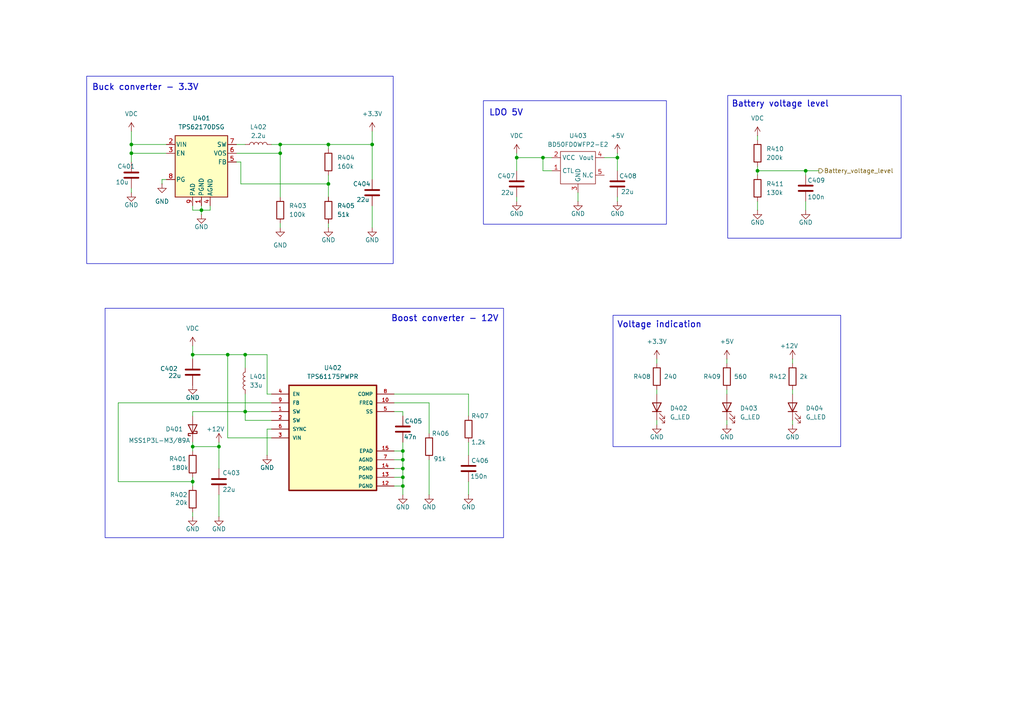
<source format=kicad_sch>
(kicad_sch (version 20250114) (generator "eeschema") (generator_version "9.0")
  (paper "A4")
  (lib_symbols
    (symbol "Device:C" (pin_numbers (hide yes)) (pin_names (offset 0.254))
      (property "Reference" "C" (at 0.635 2.54 0))
      (property "Value" "C" (at 0.635 -2.54 0))
      (symbol "C_0_1"
        (polyline (pts (xy -2.032 0.762) (xy 2.032 0.762)) (stroke (width 0.508)))
        (polyline (pts (xy -2.032 -0.762) (xy 2.032 -0.762)) (stroke (width 0.508)))
      )
      (symbol "C_1_1"
        (pin passive line (at 0 3.81 270) (length 2.794) (name "~") (number "1"))
        (pin passive line (at 0 -3.81 90) (length 2.794) (name "~") (number "2"))
      )
    )
    (symbol "Device:D_Schottky" (pin_numbers (hide yes)) (pin_names (offset 1.016) (hide yes))
      (property "Reference" "D" (at 0 2.54 0))
      (property "Value" "D_Schottky" (at 0 -2.54 0))
      (symbol "D_Schottky_0_1"
        (polyline (pts (xy -1.905 0.635) (xy -1.905 1.27) (xy -1.27 1.27) (xy -1.27 -1.27) (xy -0.635 -1.27) (xy -0.635 -0.635)) (stroke (width 0.254)))
        (polyline (pts (xy 1.27 1.27) (xy 1.27 -1.27) (xy -1.27 0) (xy 1.27 1.27)) (stroke (width 0.254)))
        (polyline (pts (xy 1.27 0) (xy -1.27 0)))
      )
      (symbol "D_Schottky_1_1"
        (pin passive line (at -3.81 0 0) (length 2.54) (name "K") (number "1"))
        (pin passive line (at 3.81 0 180) (length 2.54) (name "A") (number "2"))
      )
    )
    (symbol "Device:L" (pin_numbers (hide yes)) (pin_names (offset 1.016) (hide yes))
      (property "Reference" "L" (at -1.27 0 90))
      (property "Value" "L" (at 1.905 0 90))
      (symbol "L_0_1"
        (arc (start 0 2.54) (mid 0.6323 1.905) (end 0 1.27))
        (arc (start 0 1.27) (mid 0.6323 0.635) (end 0 0))
        (arc (start 0 0) (mid 0.6323 -0.635) (end 0 -1.27))
        (arc (start 0 -1.27) (mid 0.6323 -1.905) (end 0 -2.54))
      )
      (symbol "L_1_1"
        (pin passive line (at 0 3.81 270) (length 1.27) (name "1") (number "1"))
        (pin passive line (at 0 -3.81 90) (length 1.27) (name "2") (number "2"))
      )
    )
    (symbol "Device:LED" (pin_numbers (hide yes)) (pin_names (offset 1.016) (hide yes))
      (property "Reference" "D" (at 0 2.54 0))
      (property "Value" "LED" (at 0 -2.54 0))
      (symbol "LED_0_1"
        (polyline (pts (xy -3.048 -0.762) (xy -4.572 -2.286) (xy -3.81 -2.286) (xy -4.572 -2.286) (xy -4.572 -1.524)))
        (polyline (pts (xy -1.778 -0.762) (xy -3.302 -2.286) (xy -2.54 -2.286) (xy -3.302 -2.286) (xy -3.302 -1.524)))
        (polyline (pts (xy -1.27 0) (xy 1.27 0)))
        (polyline (pts (xy -1.27 -1.27) (xy -1.27 1.27)) (stroke (width 0.254)))
        (polyline (pts (xy 1.27 -1.27) (xy 1.27 1.27) (xy -1.27 0) (xy 1.27 -1.27)) (stroke (width 0.254)))
      )
      (symbol "LED_1_1"
        (pin passive line (at -3.81 0 0) (length 2.54) (name "K") (number "1"))
        (pin passive line (at 3.81 0 180) (length 2.54) (name "A") (number "2"))
      )
    )
    (symbol "Device:R" (pin_numbers (hide yes)) (pin_names (offset 0))
      (property "Reference" "R" (at 2.032 0 90))
      (property "Value" "R" (at 0 0 90))
      (symbol "R_0_1"
        (rectangle (start -1.016 -2.54) (end 1.016 2.54) (stroke (width 0.254)))
      )
      (symbol "R_1_1"
        (pin passive line (at 0 3.81 270) (length 1.27) (name "~") (number "1"))
        (pin passive line (at 0 -3.81 90) (length 1.27) (name "~") (number "2"))
      )
    )
    (symbol "MainPCB_Sym_lib:BD50FD0WFP2-E2"
      (property "Reference" "U" (at 0 5.842 0))
      (symbol "BD50FD0WFP2-E2_0_1"
        (rectangle (start -5.08 4.318) (end 5.08 -5.08))
      )
      (symbol "BD50FD0WFP2-E2_1_1"
        (pin power_in line (at -7.62 2.54 0) (length 2.54) (name "VCC") (number "2"))
        (pin input line (at -7.62 -1.27 0) (length 2.54) (name "CTL") (number "1"))
        (pin power_in line (at 0 -7.62 90) (length 2.54) (name "GND") (number "3"))
        (pin power_out line (at 7.62 2.54 180) (length 2.54) (name "Vout") (number "4"))
        (pin free line (at 7.62 -2.54 180) (length 2.54) (name "N.C") (number "5"))
      )
    )
    (symbol "Regulator_Switching:TPS62170DSG" (pin_names (offset 0.254))
      (property "Reference" "U" (at -7.62 11.43 0))
      (property "Value" "TPS62170DSG" (at -1.27 11.43 0))
      (symbol "TPS62170DSG_0_1"
        (rectangle (start -7.62 10.16) (end 7.62 -7.62) (stroke (width 0.254)) (fill (type background)))
      )
      (symbol "TPS62170DSG_1_1"
        (pin power_in line (at -10.16 7.62 0) (length 2.54) (name "VIN") (number "2"))
        (pin input line (at -10.16 5.08 0) (length 2.54) (name "EN") (number "3"))
        (pin open_collector line (at -10.16 -2.54 0) (length 2.54) (name "PG") (number "8"))
        (pin power_in line (at -2.54 -10.16 90) (length 2.54) (name "PAD") (number "9"))
        (pin power_in line (at 0 -10.16 90) (length 2.54) (name "PGND") (number "1"))
        (pin power_in line (at 2.54 -10.16 90) (length 2.54) (name "AGND") (number "4"))
        (pin output line (at 10.16 7.62 180) (length 2.54) (name "SW") (number "7"))
        (pin input line (at 10.16 5.08 180) (length 2.54) (name "VOS") (number "6"))
        (pin input line (at 10.16 2.54 180) (length 2.54) (name "FB") (number "5"))
      )
    )
    (symbol "TPS61175PWPR:TPS61175PWPR" (pin_names (offset 1.016))
      (property "Reference" "U" (at -12.7 16.24 0))
      (property "Value" "TPS61175PWPR" (at -12.7 -19.24 0))
      (symbol "TPS61175PWPR_0_0"
        (rectangle (start -12.7 -15.24) (end 12.7 15.24) (stroke (width 0.41)) (fill (type background)))
        (pin input line (at -17.78 12.7 0) (length 5.08) (name "EN") (number "4"))
        (pin input line (at -17.78 10.16 0) (length 5.08) (name "FB") (number "9"))
        (pin input line (at -17.78 7.62 0) (length 5.08) (name "SW") (number "1"))
        (pin input line (at -17.78 5.08 0) (length 5.08) (name "SW") (number "2"))
        (pin input line (at -17.78 2.54 0) (length 5.08) (name "SYNC") (number "6"))
        (pin input line (at -17.78 0 0) (length 5.08) (name "VIN") (number "3"))
        (pin output line (at 17.78 12.7 180) (length 5.08) (name "COMP") (number "8"))
        (pin output line (at 17.78 10.16 180) (length 5.08) (name "FREQ") (number "10"))
        (pin output line (at 17.78 7.62 180) (length 5.08) (name "SS") (number "5"))
        (pin power_in line (at 17.78 -3.81 180) (length 5.08) (name "EPAD") (number "15"))
        (pin power_in line (at 17.78 -6.35 180) (length 5.08) (name "AGND") (number "7"))
        (pin power_in line (at 17.78 -8.89 180) (length 5.08) (name "PGND") (number "14"))
        (pin power_in line (at 17.78 -11.43 180) (length 5.08) (name "PGND") (number "13"))
        (pin power_in line (at 17.78 -13.97 180) (length 5.08) (name "PGND") (number "12"))
      )
    )
    (symbol "power:+12V" (power) (pin_numbers (hide yes)) (pin_names (offset 0) (hide yes))
      (property "Value" "+12V" (at 0 3.556 0))
      (symbol "+12V_0_1"
        (polyline (pts (xy -0.762 1.27) (xy 0 2.54)))
        (polyline (pts (xy 0 2.54) (xy 0.762 1.27)))
        (polyline (pts (xy 0 0) (xy 0 2.54)))
      )
      (symbol "+12V_1_1"
        (pin power_in line (at 0 0 90) (length 0) (name "~") (number "1"))
      )
    )
    (symbol "power:+3.3V" (power) (pin_numbers (hide yes)) (pin_names (offset 0) (hide yes))
      (property "Value" "+3.3V" (at 0 3.556 0))
      (symbol "+3.3V_0_1"
        (polyline (pts (xy -0.762 1.27) (xy 0 2.54)))
        (polyline (pts (xy 0 2.54) (xy 0.762 1.27)))
        (polyline (pts (xy 0 0) (xy 0 2.54)))
      )
      (symbol "+3.3V_1_1"
        (pin power_in line (at 0 0 90) (length 0) (name "~") (number "1"))
      )
    )
    (symbol "power:+5V" (power) (pin_numbers (hide yes)) (pin_names (offset 0) (hide yes))
      (property "Value" "+5V" (at 0 3.556 0))
      (symbol "+5V_0_1"
        (polyline (pts (xy -0.762 1.27) (xy 0 2.54)))
        (polyline (pts (xy 0 2.54) (xy 0.762 1.27)))
        (polyline (pts (xy 0 0) (xy 0 2.54)))
      )
      (symbol "+5V_1_1"
        (pin power_in line (at 0 0 90) (length 0) (name "~") (number "1"))
      )
    )
    (symbol "power:GND" (power) (pin_numbers (hide yes)) (pin_names (offset 0) (hide yes))
      (property "Value" "GND" (at 0 -3.81 0))
      (symbol "GND_0_1"
        (polyline (pts (xy 0 0) (xy 0 -1.27) (xy 1.27 -1.27) (xy 0 -2.54) (xy -1.27 -1.27) (xy 0 -1.27)))
      )
      (symbol "GND_1_1"
        (pin power_in line (at 0 0 270) (length 0) (name "~") (number "1"))
      )
    )
    (symbol "power:VDC" (power) (pin_numbers (hide yes)) (pin_names (offset 0) (hide yes))
      (property "Value" "VDC" (at 0 3.556 0))
      (symbol "VDC_0_1"
        (polyline (pts (xy -0.762 1.27) (xy 0 2.54)))
        (polyline (pts (xy 0 2.54) (xy 0.762 1.27)))
        (polyline (pts (xy 0 0) (xy 0 2.54)))
      )
      (symbol "VDC_1_1"
        (pin power_in line (at 0 0 90) (length 0) (name "~") (number "1"))
      )
    )
  )
  (rectangle (start 25.146 22.098) (end 114.046 76.454))
  (rectangle (start 140.208 29.21) (end 193.294 65.024))
  (rectangle (start 211.074 27.686) (end 261.366 69.088))
  (rectangle (start 30.48 89.408) (end 146.05 155.956))
  (rectangle (start 177.8 91.44) (end 243.84 129.54))
  (text "Boost converter - 12V" (at 129.032 92.456 0) (effects (font (size 1.778 1.778) (thickness 0.254) (bold yes))))
  (text "LDO 5V" (at 146.812 32.766 0) (effects (font (size 1.778 1.778) (thickness 0.254) (bold yes))))
  (text "Buck converter - 3.3V" (at 42.164 25.4 0) (effects (font (size 1.778 1.778) (thickness 0.254) (bold yes))))
  (text "Voltage indication" (at 191.262 94.234 0) (effects (font (size 1.778 1.778) (thickness 0.254) (bold yes))))
  (text "Battery voltage level" (at 226.314 30.226 0) (effects (font (size 1.778 1.778) (thickness 0.254) (bold yes))))
  (junction (at 71.12 102.87))
  (junction (at 95.25 41.91))
  (junction (at 107.95 41.91))
  (junction (at 55.88 129.54))
  (junction (at 95.25 53.34))
  (junction (at 55.88 139.7))
  (junction (at 149.86 45.72))
  (junction (at 116.84 135.89))
  (junction (at 81.28 44.45))
  (junction (at 116.84 140.97))
  (junction (at 38.1 41.91))
  (junction (at 38.1 44.45))
  (junction (at 157.48 45.72))
  (junction (at 71.12 119.38))
  (junction (at 116.84 133.35))
  (junction (at 66.04 102.87))
  (junction (at 58.42 60.96))
  (junction (at 116.84 138.43))
  (junction (at 81.28 41.91))
  (junction (at 179.07 45.72))
  (junction (at 63.5 129.54))
  (junction (at 233.68 49.53))
  (junction (at 219.71 49.53))
  (junction (at 55.88 102.87))
  (junction (at 116.84 130.81))
  (wire (pts (xy 38.1 44.45) (xy 38.1 41.91)))
  (wire (pts (xy 68.58 44.45) (xy 81.28 44.45)))
  (wire (pts (xy 233.68 50.8) (xy 233.68 49.53)))
  (wire (pts (xy 114.3 133.35) (xy 116.84 133.35)))
  (wire (pts (xy 55.88 129.54) (xy 55.88 130.81)))
  (wire (pts (xy 55.88 102.87) (xy 55.88 104.14)))
  (wire (pts (xy 107.95 38.1) (xy 107.95 41.91)))
  (wire (pts (xy 116.84 140.97) (xy 116.84 143.51)))
  (wire (pts (xy 55.88 60.96) (xy 58.42 60.96)))
  (wire (pts (xy 81.28 44.45) (xy 81.28 57.15)))
  (wire (pts (xy 55.88 59.69) (xy 55.88 60.96)))
  (wire (pts (xy 114.3 135.89) (xy 116.84 135.89)))
  (wire (pts (xy 81.28 41.91) (xy 95.25 41.91)))
  (wire (pts (xy 69.85 46.99) (xy 69.85 53.34)))
  (wire (pts (xy 210.82 121.92) (xy 210.82 123.19)))
  (wire (pts (xy 34.29 116.84) (xy 34.29 139.7)))
  (wire (pts (xy 135.89 128.27) (xy 135.89 132.08)))
  (wire (pts (xy 210.82 113.03) (xy 210.82 114.3)))
  (wire (pts (xy 114.3 140.97) (xy 116.84 140.97)))
  (wire (pts (xy 107.95 41.91) (xy 107.95 52.07)))
  (wire (pts (xy 46.99 52.07) (xy 46.99 53.34)))
  (wire (pts (xy 157.48 49.53) (xy 157.48 45.72)))
  (wire (pts (xy 135.89 120.65) (xy 135.89 114.3)))
  (wire (pts (xy 160.02 49.53) (xy 157.48 49.53)))
  (wire (pts (xy 77.47 102.87) (xy 77.47 114.3)))
  (wire (pts (xy 63.5 143.51) (xy 63.5 149.86)))
  (wire (pts (xy 229.87 121.92) (xy 229.87 123.19)))
  (wire (pts (xy 71.12 121.92) (xy 71.12 119.38)))
  (wire (pts (xy 66.04 127) (xy 78.74 127)))
  (wire (pts (xy 219.71 39.37) (xy 219.71 40.64)))
  (wire (pts (xy 81.28 41.91) (xy 81.28 44.45)))
  (wire (pts (xy 78.74 121.92) (xy 71.12 121.92)))
  (wire (pts (xy 167.64 55.88) (xy 167.64 58.42)))
  (wire (pts (xy 107.95 41.91) (xy 95.25 41.91)))
  (wire (pts (xy 149.86 49.53) (xy 149.86 45.72)))
  (wire (pts (xy 58.42 60.96) (xy 58.42 62.23)))
  (wire (pts (xy 55.88 148.59) (xy 55.88 149.86)))
  (wire (pts (xy 71.12 119.38) (xy 78.74 119.38)))
  (wire (pts (xy 58.42 60.96) (xy 60.96 60.96)))
  (wire (pts (xy 38.1 44.45) (xy 38.1 46.99)))
  (wire (pts (xy 66.04 102.87) (xy 66.04 127)))
  (wire (pts (xy 55.88 139.7) (xy 55.88 140.97)))
  (wire (pts (xy 116.84 135.89) (xy 116.84 138.43)))
  (wire (pts (xy 114.3 130.81) (xy 116.84 130.81)))
  (wire (pts (xy 229.87 104.14) (xy 229.87 105.41)))
  (wire (pts (xy 116.84 130.81) (xy 116.84 133.35)))
  (wire (pts (xy 210.82 104.14) (xy 210.82 105.41)))
  (wire (pts (xy 38.1 41.91) (xy 38.1 38.1)))
  (wire (pts (xy 219.71 48.26) (xy 219.71 49.53)))
  (wire (pts (xy 179.07 57.15) (xy 179.07 58.42)))
  (wire (pts (xy 124.46 133.35) (xy 124.46 143.51)))
  (wire (pts (xy 68.58 41.91) (xy 71.12 41.91)))
  (wire (pts (xy 60.96 59.69) (xy 60.96 60.96)))
  (wire (pts (xy 233.68 58.42) (xy 233.68 60.96)))
  (wire (pts (xy 116.84 133.35) (xy 116.84 135.89)))
  (wire (pts (xy 55.88 129.54) (xy 63.5 129.54)))
  (wire (pts (xy 149.86 44.45) (xy 149.86 45.72)))
  (wire (pts (xy 38.1 54.61) (xy 38.1 55.88)))
  (wire (pts (xy 48.26 44.45) (xy 38.1 44.45)))
  (wire (pts (xy 149.86 45.72) (xy 157.48 45.72)))
  (wire (pts (xy 77.47 114.3) (xy 78.74 114.3)))
  (wire (pts (xy 190.5 121.92) (xy 190.5 123.19)))
  (wire (pts (xy 219.71 49.53) (xy 233.68 49.53)))
  (wire (pts (xy 55.88 138.43) (xy 55.88 139.7)))
  (wire (pts (xy 55.88 102.87) (xy 66.04 102.87)))
  (wire (pts (xy 38.1 41.91) (xy 48.26 41.91)))
  (wire (pts (xy 175.26 45.72) (xy 179.07 45.72)))
  (wire (pts (xy 135.89 114.3) (xy 114.3 114.3)))
  (wire (pts (xy 68.58 46.99) (xy 69.85 46.99)))
  (wire (pts (xy 179.07 44.45) (xy 179.07 45.72)))
  (wire (pts (xy 63.5 128.27) (xy 63.5 129.54)))
  (wire (pts (xy 124.46 116.84) (xy 124.46 125.73)))
  (wire (pts (xy 77.47 124.46) (xy 77.47 132.08)))
  (wire (pts (xy 116.84 128.27) (xy 116.84 130.81)))
  (wire (pts (xy 55.88 119.38) (xy 55.88 120.65)))
  (wire (pts (xy 190.5 113.03) (xy 190.5 114.3)))
  (wire (pts (xy 58.42 59.69) (xy 58.42 60.96)))
  (wire (pts (xy 116.84 119.38) (xy 116.84 120.65)))
  (wire (pts (xy 179.07 45.72) (xy 179.07 49.53)))
  (wire (pts (xy 229.87 113.03) (xy 229.87 114.3)))
  (wire (pts (xy 114.3 138.43) (xy 116.84 138.43)))
  (wire (pts (xy 116.84 138.43) (xy 116.84 140.97)))
  (wire (pts (xy 34.29 116.84) (xy 78.74 116.84)))
  (wire (pts (xy 149.86 57.15) (xy 149.86 58.42)))
  (wire (pts (xy 233.68 49.53) (xy 237.49 49.53)))
  (wire (pts (xy 71.12 102.87) (xy 77.47 102.87)))
  (wire (pts (xy 78.74 124.46) (xy 77.47 124.46)))
  (wire (pts (xy 135.89 139.7) (xy 135.89 143.51)))
  (wire (pts (xy 219.71 58.42) (xy 219.71 60.96)))
  (wire (pts (xy 81.28 66.04) (xy 81.28 64.77)))
  (wire (pts (xy 71.12 114.3) (xy 71.12 119.38)))
  (wire (pts (xy 55.88 100.33) (xy 55.88 102.87)))
  (wire (pts (xy 78.74 41.91) (xy 81.28 41.91)))
  (wire (pts (xy 63.5 129.54) (xy 63.5 135.89)))
  (wire (pts (xy 114.3 119.38) (xy 116.84 119.38)))
  (wire (pts (xy 66.04 102.87) (xy 71.12 102.87)))
  (wire (pts (xy 55.88 128.27) (xy 55.88 129.54)))
  (wire (pts (xy 95.25 53.34) (xy 95.25 57.15)))
  (wire (pts (xy 34.29 139.7) (xy 55.88 139.7)))
  (wire (pts (xy 190.5 104.14) (xy 190.5 105.41)))
  (wire (pts (xy 157.48 45.72) (xy 160.02 45.72)))
  (wire (pts (xy 95.25 50.8) (xy 95.25 53.34)))
  (wire (pts (xy 69.85 53.34) (xy 95.25 53.34)))
  (wire (pts (xy 71.12 102.87) (xy 71.12 106.68)))
  (wire (pts (xy 107.95 59.69) (xy 107.95 66.04)))
  (wire (pts (xy 219.71 49.53) (xy 219.71 50.8)))
  (wire (pts (xy 46.99 52.07) (xy 48.26 52.07)))
  (wire (pts (xy 95.25 64.77) (xy 95.25 66.04)))
  (wire (pts (xy 55.88 119.38) (xy 71.12 119.38)))
  (wire (pts (xy 114.3 116.84) (xy 124.46 116.84)))
  (wire (pts (xy 95.25 43.18) (xy 95.25 41.91)))
  (hierarchical_label "Battery_voltage_level" (shape output) (at 237.49 49.53 0))
  (symbol (lib_id "power:GND") (at 63.5 149.86 0) (unit 1)
    (property "Reference" "#PWR0409" (effects (hide yes)))
    (property "Value" "GND" (at 63.5 153.416 0))
    (property "Description" "Power symbol creates a global label with name \"GND\" , ground" (effects (hide yes)))
  )
  (symbol (lib_id "power:GND") (at 55.88 111.76 0) (unit 1)
    (property "Reference" "#PWR0405" (effects (hide yes)))
    (property "Value" "GND" (at 55.88 115.316 0))
    (property "Description" "Power symbol creates a global label with name \"GND\" , ground" (effects (hide yes)))
  )
  (symbol (lib_id "power:GND") (at 190.5 123.19 0) (unit 1)
    (property "Reference" "#PWR0424" (effects (hide yes)))
    (property "Value" "GND" (at 190.5 126.746 0))
    (property "Description" "Power symbol creates a global label with name \"GND\" , ground" (effects (hide yes)))
  )
  (symbol (lib_id "Device:C") (at 63.5 139.7 0) (unit 1)
    (property "Reference" "C403" (at 64.516 137.16 0) (effects (justify left)))
    (property "Value" "22u" (at 64.516 141.986 0) (effects (justify left)))
    (property "Footprint" "Capacitor_SMD:C_0805_2012Metric_Pad1.18x1.45mm_HandSolder" (effects (hide yes)))
    (property "Description" "Unpolarized capacitor" (effects (hide yes)))
  )
  (symbol (lib_id "Device:LED") (at 229.87 118.11 90) (unit 1)
    (property "Reference" "D404" (at 233.68 118.4274 90) (effects (justify right)))
    (property "Value" "G_LED" (at 233.68 120.9674 90) (effects (justify right)))
    (property "Footprint" "Diode_SMD:D_0603_1608Metric_Pad1.05x0.95mm_HandSolder" (effects (hide yes)))
    (property "Datasheet" "https://docs.rs-online.com/e1fe/A700000013302439.pdf" (effects (hide yes)))
    (property "Description" "Light emitting diode" (effects (hide yes)))
    (property "Sim.Pins" "1=K 2=A" (effects (hide yes)))
  )
  (symbol (lib_id "power:GND") (at 55.88 149.86 0) (unit 1)
    (property "Reference" "#PWR0406" (effects (hide yes)))
    (property "Value" "GND" (at 55.88 153.416 0))
    (property "Description" "Power symbol creates a global label with name \"GND\" , ground" (effects (hide yes)))
  )
  (symbol (lib_id "Device:R") (at 219.71 54.61 0) (unit 1)
    (property "Reference" "R411" (at 222.25 53.3399 0) (effects (justify left)))
    (property "Value" "130k" (at 222.25 55.8799 0) (effects (justify left)))
    (property "Footprint" "Resistor_SMD:R_0603_1608Metric_Pad0.98x0.95mm_HandSolder" (effects (hide yes)))
    (property "Description" "Resistor" (effects (hide yes)))
  )
  (symbol (lib_id "Device:R") (at 124.46 129.54 0) (unit 1)
    (property "Reference" "R406" (at 125.222 125.73 0) (effects (justify left)))
    (property "Value" "91k" (at 125.73 133.096 0) (effects (justify left)))
    (property "Footprint" "Resistor_SMD:R_0603_1608Metric_Pad0.98x0.95mm_HandSolder" (effects (hide yes)))
    (property "Description" "Resistor" (effects (hide yes)))
  )
  (symbol (lib_id "power:GND") (at 229.87 123.19 0) (unit 1)
    (property "Reference" "#PWR0430" (effects (hide yes)))
    (property "Value" "GND" (at 229.87 126.746 0))
    (property "Description" "Power symbol creates a global label with name \"GND\" , ground" (effects (hide yes)))
  )
  (symbol (lib_id "Device:R") (at 190.5 109.22 0) (unit 1)
    (property "Reference" "R408" (at 183.642 109.22 0) (effects (justify left)))
    (property "Value" "240" (at 192.532 109.22 0) (effects (justify left)))
    (property "Footprint" "Resistor_SMD:R_0603_1608Metric_Pad0.98x0.95mm_HandSolder" (effects (hide yes)))
    (property "Description" "Resistor" (effects (hide yes)))
  )
  (symbol (lib_id "Device:R") (at 81.28 60.96 180) (unit 1)
    (property "Reference" "R403" (at 83.82 59.6899 0) (effects (justify right)))
    (property "Value" "100k" (at 83.82 62.2299 0) (effects (justify right)))
    (property "Footprint" "Resistor_SMD:R_0603_1608Metric_Pad0.98x0.95mm_HandSolder" (effects (hide yes)))
    (property "Description" "Resistor" (effects (hide yes)))
  )
  (symbol (lib_id "Device:D_Schottky") (at 55.88 124.46 90) (unit 1)
    (property "Reference" "D401" (at 50.546 124.46 90))
    (property "Value" "MSS1P3L-M3/89A" (at 46.228 127.762 90))
    (property "Footprint" "Diode_SMD:Vishay_SMPA" (effects (hide yes)))
    (property "Datasheet" "https://www.vishay.com/docs/89020/mss1p3l.pdf" (effects (hide yes)))
    (property "Description" "Schottky diode" (effects (hide yes)))
  )
  (symbol (lib_id "power:VDC") (at 149.86 44.45 0) (unit 1)
    (property "Reference" "#PWR0418" (effects (hide yes)))
    (property "Value" "VDC" (at 149.86 39.37 0))
    (property "Description" "Power symbol creates a global label with name \"VDC\"" (effects (hide yes)))
  )
  (symbol (lib_id "Device:R") (at 55.88 144.78 0) (unit 1)
    (property "Reference" "R402" (at 49.276 143.51 0) (effects (justify left)))
    (property "Value" "20k" (at 50.8 145.796 0) (effects (justify left)))
    (property "Footprint" "Resistor_SMD:R_0603_1608Metric_Pad0.98x0.95mm_HandSolder" (effects (hide yes)))
    (property "Description" "Resistor" (effects (hide yes)))
  )
  (symbol (lib_id "Device:LED") (at 190.5 118.11 90) (unit 1)
    (property "Reference" "D402" (at 194.31 118.4274 90) (effects (justify right)))
    (property "Value" "G_LED" (at 194.31 120.9674 90) (effects (justify right)))
    (property "Footprint" "Diode_SMD:D_0603_1608Metric_Pad1.05x0.95mm_HandSolder" (effects (hide yes)))
    (property "Datasheet" "https://docs.rs-online.com/e1fe/A700000013302439.pdf" (effects (hide yes)))
    (property "Description" "Light emitting diode" (effects (hide yes)))
    (property "Sim.Pins" "1=K 2=A" (effects (hide yes)))
  )
  (symbol (lib_id "MainPCB_Sym_lib:BD50FD0WFP2-E2") (at 167.64 48.26 0) (unit 1)
    (property "Reference" "U403" (at 167.64 39.37 0))
    (property "Value" "BD50FD0WFP2-E2" (at 167.64 41.91 0))
    (property "Footprint" "Package_TO_SOT_SMD:TO-263-5_TabPin3" (effects (hide yes)))
    (property "Datasheet" "https://docs.rs-online.com/919d/A700000012615345.pdf" (effects (hide yes)))
  )
  (symbol (lib_id "Regulator_Switching:TPS62170DSG") (at 58.42 49.53 0) (unit 1)
    (property "Reference" "U401" (at 58.42 34.29 0))
    (property "Value" "TPS62170DSG" (at 58.42 36.83 0))
    (property "Footprint" "Package_SON:WSON-8-1EP_2x2mm_P0.5mm_EP0.9x1.6mm_ThermalVias" (effects (hide yes)))
    (property "Datasheet" "https://docs.rs-online.com/6cf3/A700000008843933.pdf" (effects (hide yes)))
    (property "Description" "500mA Step-Down Converter with DCS-Control, adjustable output, 3-17V input voltage, WSON-8" (effects (hide yes)))
  )
  (symbol (lib_id "Device:LED") (at 210.82 118.11 90) (unit 1)
    (property "Reference" "D403" (at 214.63 118.4274 90) (effects (justify right)))
    (property "Value" "G_LED" (at 214.63 120.9674 90) (effects (justify right)))
    (property "Footprint" "Diode_SMD:D_0603_1608Metric_Pad1.05x0.95mm_HandSolder" (effects (hide yes)))
    (property "Datasheet" "https://docs.rs-online.com/e1fe/A700000013302439.pdf" (effects (hide yes)))
    (property "Description" "Light emitting diode" (effects (hide yes)))
    (property "Sim.Pins" "1=K 2=A" (effects (hide yes)))
  )
  (symbol (lib_id "power:+12V") (at 229.87 104.14 0) (unit 1)
    (property "Reference" "#PWR0429" (effects (hide yes)))
    (property "Value" "+12V" (at 228.854 100.33 0))
    (property "Description" "Power symbol creates a global label with name \"+12V\"" (effects (hide yes)))
  )
  (symbol (lib_id "Device:L") (at 74.93 41.91 90) (unit 1)
    (property "Reference" "L402" (at 74.93 36.83 90))
    (property "Value" "2.2u" (at 74.93 39.37 90))
    (property "Footprint" "Inductor_SMD:L_APV_ANR252012" (effects (hide yes)))
    (property "Description" "Inductor" (effects (hide yes)))
  )
  (symbol (lib_id "power:+5V") (at 179.07 44.45 0) (unit 1)
    (property "Reference" "#PWR0421" (effects (hide yes)))
    (property "Value" "+5V" (at 179.07 39.37 0))
    (property "Description" "Power symbol creates a global label with name \"+5V\"" (effects (hide yes)))
  )
  (symbol (lib_id "Device:C") (at 116.84 124.46 0) (unit 1)
    (property "Reference" "C405" (at 117.348 122.174 0) (effects (justify left)))
    (property "Value" "47n" (at 117.094 126.746 0) (effects (justify left)))
    (property "Footprint" "Capacitor_SMD:C_0805_2012Metric_Pad1.18x1.45mm_HandSolder" (effects (hide yes)))
    (property "Description" "Unpolarized capacitor" (effects (hide yes)))
  )
  (symbol (lib_id "Device:C") (at 233.68 54.61 0) (unit 1)
    (property "Reference" "C409" (at 234.188 52.324 0) (effects (justify left)))
    (property "Value" "100n" (at 234.188 57.15 0) (effects (justify left)))
    (property "Footprint" "Capacitor_SMD:C_0603_1608Metric_Pad1.08x0.95mm_HandSolder" (effects (hide yes)))
    (property "Description" "Unpolarized capacitor" (effects (hide yes)))
  )
  (symbol (lib_id "Device:R") (at 219.71 44.45 0) (unit 1)
    (property "Reference" "R410" (at 222.25 43.1799 0) (effects (justify left)))
    (property "Value" "200k" (at 222.25 45.7199 0) (effects (justify left)))
    (property "Footprint" "Resistor_SMD:R_0603_1608Metric_Pad0.98x0.95mm_HandSolder" (effects (hide yes)))
    (property "Description" "Resistor" (effects (hide yes)))
  )
  (symbol (lib_id "power:GND") (at 135.89 143.51 0) (unit 1)
    (property "Reference" "#PWR0417" (effects (hide yes)))
    (property "Value" "GND" (at 135.89 147.066 0))
    (property "Description" "Power symbol creates a global label with name \"GND\" , ground" (effects (hide yes)))
  )
  (symbol (lib_id "Device:C") (at 55.88 107.95 180) (unit 1)
    (property "Reference" "C402" (at 51.562 106.934 0) (effects (justify left)))
    (property "Value" "22u" (at 52.578 108.966 0) (effects (justify left)))
    (property "Footprint" "Capacitor_SMD:C_0805_2012Metric_Pad1.18x1.45mm_HandSolder" (effects (hide yes)))
    (property "Description" "Unpolarized capacitor" (effects (hide yes)))
  )
  (symbol (lib_id "Device:R") (at 55.88 134.62 0) (unit 1)
    (property "Reference" "R401" (at 49.022 133.096 0) (effects (justify left)))
    (property "Value" "180k" (at 49.784 135.636 0) (effects (justify left)))
    (property "Footprint" "Resistor_SMD:R_0603_1608Metric_Pad0.98x0.95mm_HandSolder" (effects (hide yes)))
    (property "Description" "Resistor" (effects (hide yes)))
  )
  (symbol (lib_id "power:GND") (at 81.28 66.04 0) (unit 1)
    (property "Reference" "#PWR0411" (effects (hide yes)))
    (property "Value" "GND" (at 81.28 71.12 0))
    (property "Description" "Power symbol creates a global label with name \"GND\" , ground" (effects (hide yes)))
  )
  (symbol (lib_id "TPS61175PWPR:TPS61175PWPR") (at 96.52 127 0) (unit 1)
    (property "Reference" "U402" (at 96.52 106.68 0))
    (property "Value" "TPS61175PWPR" (at 96.52 109.22 0))
    (property "Footprint" "MainPCB:IC_TPS27S100BPWPR" (effects (hide yes)))
    (property "Datasheet" "https://www.ti.com/lit/ds/symlink/tps61175.pdf?ts=1761634754352&ref_url=https%253A%252F%252Fwww.ti.com%252Fproduct%252FTPS61175%252Fpart-details%252FTPS61175PWPR%253FkeyMatch%253DTPS61175PWPR%2526tisearch%253Duniversal_search%2526usecase%253DOPN" (effects (hide yes)))
    (property "MF" "Texas Instruments" (effects (hide yes)))
    (property "Description_1" "3-A ,40V High Voltage Boost Converter with Soft-start and Programmable Switching Frequency" (effects (hide yes)))
    (property "Package" "HTSSOP-14 Texas Instruments" (effects (hide yes)))
    (property "Price" "None" (effects (hide yes)))
    (property "SnapEDA_Link" "https://www.snapeda.com/parts/TPS61175PWPR/Texas+Instruments/view-part/?ref=snap" (effects (hide yes)))
    (property "MP" "TPS61175PWPR" (effects (hide yes)))
    (property "Availability" "In Stock" (effects (hide yes)))
    (property "Check_prices" "https://www.snapeda.com/parts/TPS61175PWPR/Texas+Instruments/view-part/?ref=eda" (effects (hide yes)))
  )
  (symbol (lib_id "Device:C") (at 135.89 135.89 0) (unit 1)
    (property "Reference" "C406" (at 136.652 133.604 0) (effects (justify left)))
    (property "Value" "150n" (at 136.398 138.176 0) (effects (justify left)))
    (property "Footprint" "Capacitor_SMD:C_0805_2012Metric_Pad1.18x1.45mm_HandSolder" (effects (hide yes)))
    (property "Description" "Unpolarized capacitor" (effects (hide yes)))
  )
  (symbol (lib_id "Device:R") (at 210.82 109.22 0) (unit 1)
    (property "Reference" "R409" (at 203.962 109.22 0) (effects (justify left)))
    (property "Value" "560" (at 212.852 109.22 0) (effects (justify left)))
    (property "Footprint" "Resistor_SMD:R_0603_1608Metric_Pad0.98x0.95mm_HandSolder" (effects (hide yes)))
    (property "Description" "Resistor" (effects (hide yes)))
  )
  (symbol (lib_id "power:GND") (at 124.46 143.51 0) (unit 1)
    (property "Reference" "#PWR0416" (effects (hide yes)))
    (property "Value" "GND" (at 124.46 147.066 0))
    (property "Description" "Power symbol creates a global label with name \"GND\" , ground" (effects (hide yes)))
  )
  (symbol (lib_id "power:GND") (at 77.47 132.08 0) (unit 1)
    (property "Reference" "#PWR0410" (effects (hide yes)))
    (property "Value" "GND" (at 77.47 135.636 0))
    (property "Description" "Power symbol creates a global label with name \"GND\" , ground" (effects (hide yes)))
  )
  (symbol (lib_id "power:+12V") (at 63.5 128.27 0) (unit 1)
    (property "Reference" "#PWR0408" (effects (hide yes)))
    (property "Value" "+12V" (at 62.484 124.46 0))
    (property "Description" "Power symbol creates a global label with name \"+12V\"" (effects (hide yes)))
  )
  (symbol (lib_id "power:+3.3V") (at 107.95 38.1 0) (unit 1)
    (property "Reference" "#PWR0413" (effects (hide yes)))
    (property "Value" "+3.3V" (at 107.95 33.02 0))
    (property "Description" "Power symbol creates a global label with name \"+3.3V\"" (effects (hide yes)))
  )
  (symbol (lib_id "Device:R") (at 95.25 46.99 180) (unit 1)
    (property "Reference" "R404" (at 97.79 45.7199 0) (effects (justify right)))
    (property "Value" "160k" (at 97.79 48.2599 0) (effects (justify right)))
    (property "Footprint" "Resistor_SMD:R_0603_1608Metric_Pad0.98x0.95mm_HandSolder" (effects (hide yes)))
    (property "Description" "Resistor" (effects (hide yes)))
  )
  (symbol (lib_id "power:+5V") (at 210.82 104.14 0) (unit 1)
    (property "Reference" "#PWR0425" (effects (hide yes)))
    (property "Value" "+5V" (at 210.82 99.06 0))
    (property "Description" "Power symbol creates a global label with name \"+5V\"" (effects (hide yes)))
  )
  (symbol (lib_id "power:GND") (at 38.1 55.88 0) (unit 1)
    (property "Reference" "#PWR0402" (effects (hide yes)))
    (property "Value" "GND" (at 38.1 59.436 0))
    (property "Description" "Power symbol creates a global label with name \"GND\" , ground" (effects (hide yes)))
  )
  (symbol (lib_id "power:GND") (at 179.07 58.42 0) (unit 1)
    (property "Reference" "#PWR0422" (effects (hide yes)))
    (property "Value" "GND" (at 179.07 61.976 0))
    (property "Description" "Power symbol creates a global label with name \"GND\" , ground" (effects (hide yes)))
  )
  (symbol (lib_id "power:GND") (at 167.64 58.42 0) (unit 1)
    (property "Reference" "#PWR0420" (effects (hide yes)))
    (property "Value" "GND" (at 167.64 61.976 0))
    (property "Description" "Power symbol creates a global label with name \"GND\" , ground" (effects (hide yes)))
  )
  (symbol (lib_id "power:VDC") (at 38.1 38.1 0) (unit 1)
    (property "Reference" "#PWR0401" (effects (hide yes)))
    (property "Value" "VDC" (at 38.1 33.02 0))
    (property "Description" "Power symbol creates a global label with name \"VDC\"" (effects (hide yes)))
  )
  (symbol (lib_id "Device:C") (at 149.86 53.34 0) (unit 1)
    (property "Reference" "C407" (at 144.272 51.054 0) (effects (justify left)))
    (property "Value" "22u" (at 145.288 55.88 0) (effects (justify left)))
    (property "Footprint" "Capacitor_SMD:C_0805_2012Metric_Pad1.18x1.45mm_HandSolder" (effects (hide yes)))
    (property "Description" "Unpolarized capacitor" (effects (hide yes)))
  )
  (symbol (lib_id "power:GND") (at 116.84 143.51 0) (unit 1)
    (property "Reference" "#PWR0415" (effects (hide yes)))
    (property "Value" "GND" (at 116.84 147.066 0))
    (property "Description" "Power symbol creates a global label with name \"GND\" , ground" (effects (hide yes)))
  )
  (symbol (lib_id "power:GND") (at 95.25 66.04 0) (unit 1)
    (property "Reference" "#PWR0412" (effects (hide yes)))
    (property "Value" "GND" (at 95.25 69.596 0))
    (property "Description" "Power symbol creates a global label with name \"GND\" , ground" (effects (hide yes)))
  )
  (symbol (lib_id "Device:L") (at 71.12 110.49 180) (unit 1)
    (property "Reference" "L401" (at 72.39 109.2199 0) (effects (justify right)))
    (property "Value" "33u" (at 72.39 111.7599 0) (effects (justify right)))
    (property "Footprint" "MainPCB:IND_SRR6038-100Y" (effects (hide yes)))
    (property "Datasheet" "https://docs.rs-online.com/b98a/A700000007859832.pdf" (effects (hide yes)))
    (property "Description" "Inductor" (effects (hide yes)))
  )
  (symbol (lib_id "power:GND") (at 149.86 58.42 0) (unit 1)
    (property "Reference" "#PWR0419" (effects (hide yes)))
    (property "Value" "GND" (at 149.86 61.976 0))
    (property "Description" "Power symbol creates a global label with name \"GND\" , ground" (effects (hide yes)))
  )
  (symbol (lib_id "Device:R") (at 229.87 109.22 0) (unit 1)
    (property "Reference" "R412" (at 223.012 109.22 0) (effects (justify left)))
    (property "Value" "2k" (at 231.902 109.22 0) (effects (justify left)))
    (property "Footprint" "Resistor_SMD:R_0603_1608Metric_Pad0.98x0.95mm_HandSolder" (effects (hide yes)))
    (property "Description" "Resistor" (effects (hide yes)))
  )
  (symbol (lib_id "Device:C") (at 107.95 55.88 0) (unit 1)
    (property "Reference" "C404" (at 102.362 53.34 0) (effects (justify left)))
    (property "Value" "22u" (at 103.378 57.912 0) (effects (justify left)))
    (property "Footprint" "Capacitor_SMD:C_0805_2012Metric_Pad1.18x1.45mm_HandSolder" (effects (hide yes)))
    (property "Datasheet" "https://dk.rs-online.com/web/p/keramiske-flerlags-kondensatorer-mlcc/2478209" (effects (hide yes)))
    (property "Description" "Unpolarized capacitor" (effects (hide yes)))
  )
  (symbol (lib_id "power:+3.3V") (at 190.5 104.14 0) (unit 1)
    (property "Reference" "#PWR0423" (effects (hide yes)))
    (property "Value" "+3.3V" (at 190.5 99.06 0))
    (property "Description" "Power symbol creates a global label with name \"+3.3V\"" (effects (hide yes)))
  )
  (symbol (lib_id "Device:R") (at 95.25 60.96 180) (unit 1)
    (property "Reference" "R405" (at 97.79 59.6899 0) (effects (justify right)))
    (property "Value" "51k" (at 97.79 62.2299 0) (effects (justify right)))
    (property "Footprint" "Resistor_SMD:R_0603_1608Metric_Pad0.98x0.95mm_HandSolder" (effects (hide yes)))
    (property "Description" "Resistor" (effects (hide yes)))
  )
  (symbol (lib_id "power:GND") (at 46.99 53.34 0) (unit 1)
    (property "Reference" "#PWR0403" (effects (hide yes)))
    (property "Value" "GND" (at 46.99 58.42 0))
    (property "Description" "Power symbol creates a global label with name \"GND\" , ground" (effects (hide yes)))
  )
  (symbol (lib_id "power:VDC") (at 219.71 39.37 0) (unit 1)
    (property "Reference" "#PWR0427" (effects (hide yes)))
    (property "Value" "VDC" (at 219.71 34.29 0))
    (property "Description" "Power symbol creates a global label with name \"VDC\"" (effects (hide yes)))
  )
  (symbol (lib_id "power:GND") (at 210.82 123.19 0) (unit 1)
    (property "Reference" "#PWR0426" (effects (hide yes)))
    (property "Value" "GND" (at 210.82 126.746 0))
    (property "Description" "Power symbol creates a global label with name \"GND\" , ground" (effects (hide yes)))
  )
  (symbol (lib_id "power:GND") (at 58.42 62.23 0) (unit 1)
    (property "Reference" "#PWR0407" (effects (hide yes)))
    (property "Value" "GND" (at 58.42 65.786 0))
    (property "Description" "Power symbol creates a global label with name \"GND\" , ground" (effects (hide yes)))
  )
  (symbol (lib_id "Device:R") (at 135.89 124.46 0) (unit 1)
    (property "Reference" "R407" (at 136.652 120.65 0) (effects (justify left)))
    (property "Value" "1.2k" (at 136.652 128.27 0) (effects (justify left)))
    (property "Footprint" "Resistor_SMD:R_0603_1608Metric_Pad0.98x0.95mm_HandSolder" (effects (hide yes)))
    (property "Description" "Resistor" (effects (hide yes)))
  )
  (symbol (lib_id "power:VDC") (at 55.88 100.33 0) (unit 1)
    (property "Reference" "#PWR0404" (effects (hide yes)))
    (property "Value" "VDC" (at 55.88 95.25 0))
    (property "Description" "Power symbol creates a global label with name \"VDC\"" (effects (hide yes)))
  )
  (symbol (lib_id "Device:C") (at 38.1 50.8 0) (unit 1)
    (property "Reference" "C401" (at 34.036 48.26 0) (effects (justify left)))
    (property "Value" "10u" (at 33.528 52.832 0) (effects (justify left)))
    (property "Footprint" "Capacitor_SMD:C_0805_2012Metric_Pad1.18x1.45mm_HandSolder" (effects (hide yes)))
    (property "Description" "Unpolarized capacitor" (effects (hide yes)))
  )
  (symbol (lib_id "power:GND") (at 219.71 60.96 0) (unit 1)
    (property "Reference" "#PWR0428" (effects (hide yes)))
    (property "Value" "GND" (at 219.71 64.516 0))
    (property "Description" "Power symbol creates a global label with name \"GND\" , ground" (effects (hide yes)))
  )
  (symbol (lib_id "power:GND") (at 107.95 66.04 0) (unit 1)
    (property "Reference" "#PWR0414" (effects (hide yes)))
    (property "Value" "GND" (at 107.95 69.596 0))
    (property "Description" "Power symbol creates a global label with name \"GND\" , ground" (effects (hide yes)))
  )
  (symbol (lib_id "power:GND") (at 233.68 60.96 0) (unit 1)
    (property "Reference" "#PWR0431" (effects (hide yes)))
    (property "Value" "GND" (at 233.68 64.516 0))
    (property "Description" "Power symbol creates a global label with name \"GND\" , ground" (effects (hide yes)))
  )
  (symbol (lib_id "Device:C") (at 179.07 53.34 0) (unit 1)
    (property "Reference" "C408" (at 179.578 51.054 0) (effects (justify left)))
    (property "Value" "22u" (at 180.086 55.626 0) (effects (justify left)))
    (property "Footprint" "Capacitor_SMD:C_0805_2012Metric_Pad1.18x1.45mm_HandSolder" (effects (hide yes)))
    (property "Description" "Unpolarized capacitor" (effects (hide yes)))
  )
)
</source>
